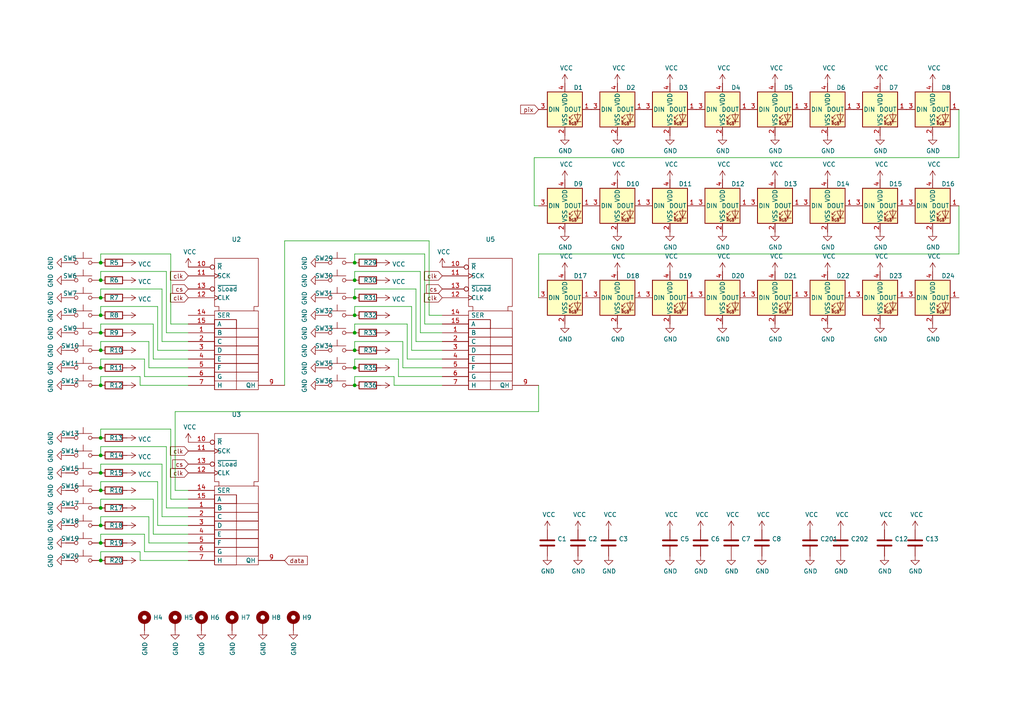
<source format=kicad_sch>
(kicad_sch (version 20211123) (generator eeschema)
  (paper "A4")
  (lib_symbols
    (symbol "74xx_IEEE:74LS597" (pin_names (offset 0.762))
      (property "Reference" "U" (at 7.62 21.59 0))
      (property "Value" "74LS597" (at 7.62 -20.32 0))
      (symbol "74LS597_0_0"
        (rectangle (start -6.35 -15.24) (end -6.35 -15.24))
        (rectangle (start -6.35 -12.7) (end 6.35 -15.24))
        (rectangle (start -6.35 -10.16) (end 6.35 -12.7))
        (rectangle (start -6.35 -7.62) (end 6.35 -10.16))
        (rectangle (start -6.35 -5.08) (end 6.35 -7.62))
        (rectangle (start -6.35 -2.54) (end 6.35 -5.08))
        (rectangle (start -6.35 0) (end 6.35 -2.54))
        (rectangle (start -6.35 2.54) (end 0 -17.78))
        (rectangle (start -6.35 2.54) (end 0 0))
        (rectangle (start -6.35 5.08) (end 6.35 -17.78))
        (polyline (pts (xy -5.08 5.08) (xy -5.08 6.35) (xy -6.35 6.35) (xy -6.35 20.32) (xy 6.35 20.32) (xy 6.35 6.35) (xy 5.08 6.35) (xy 5.08 5.08) (xy 5.08 5.08)))
      )
      (symbol "74LS597_0_1"
        (pin power_in line (at 0 20.32 270) (length 0) hide (name "GND") (number "8"))
      )
      (symbol "74LS597_1_1"
        (pin input line (at -13.97 -1.27 0) (length 7.62) (name "B") (number "1"))
        (pin input inverted (at -13.97 17.78 0) (length 7.62) (name "~{R}") (number "10"))
        (pin input clock (at -13.97 15.24 0) (length 7.62) (name "SCK") (number "11"))
        (pin input clock (at -13.97 8.89 0) (length 7.62) (name "CLK") (number "12"))
        (pin input inverted (at -13.97 11.43 0) (length 7.62) (name "~{SLoad}") (number "13"))
        (pin input line (at -13.97 3.81 0) (length 7.62) (name "SER") (number "14"))
        (pin input line (at -13.97 1.27 0) (length 7.62) (name "A") (number "15"))
        (pin power_in line (at 3.81 20.32 270) (length 0) hide (name "VCC") (number "16"))
        (pin input line (at -13.97 -3.81 0) (length 7.62) (name "C") (number "2"))
        (pin input line (at -13.97 -6.35 0) (length 7.62) (name "D") (number "3"))
        (pin input line (at -13.97 -8.89 0) (length 7.62) (name "E") (number "4"))
        (pin input line (at -13.97 -11.43 0) (length 7.62) (name "F") (number "5"))
        (pin input line (at -13.97 -13.97 0) (length 7.62) (name "G") (number "6"))
        (pin input line (at -13.97 -16.51 0) (length 7.62) (name "H") (number "7"))
        (pin tri_state line (at 13.97 -16.51 180) (length 7.62) (name "QH") (number "9"))
      )
    )
    (symbol "Device:C" (pin_numbers hide) (pin_names (offset 0.254))
      (property "Reference" "C" (at 0.635 2.54 0))
      (property "Value" "C" (at 0.635 -2.54 0))
      (symbol "C_0_1"
        (polyline (pts (xy -2.032 -0.762) (xy 2.032 -0.762)) (stroke (width 0.508)))
        (polyline (pts (xy -2.032 0.762) (xy 2.032 0.762)) (stroke (width 0.508)))
      )
      (symbol "C_1_1"
        (pin passive line (at 0 3.81 270) (length 2.794) (name "~") (number "1"))
        (pin passive line (at 0 -3.81 90) (length 2.794) (name "~") (number "2"))
      )
    )
    (symbol "Device:R" (pin_numbers hide) (pin_names (offset 0))
      (property "Reference" "R" (at 2.032 0 90))
      (property "Value" "R" (at 0 0 90))
      (symbol "R_0_1"
        (rectangle (start -1.016 -2.54) (end 1.016 2.54) (stroke (width 0.254)))
      )
      (symbol "R_1_1"
        (pin passive line (at 0 3.81 270) (length 1.27) (name "~") (number "1"))
        (pin passive line (at 0 -3.81 90) (length 1.27) (name "~") (number "2"))
      )
    )
    (symbol "Mechanical:MountingHole_Pad" (pin_numbers hide) (pin_names (offset 1.016) hide)
      (property "Reference" "H" (at 0 6.35 0))
      (property "Value" "MountingHole_Pad" (at 0 4.445 0))
      (symbol "MountingHole_Pad_0_1"
        (circle (center 0 1.27) (radius 1.27) (stroke (width 1.27)))
      )
      (symbol "MountingHole_Pad_1_1"
        (pin input line (at 0 -2.54 90) (length 2.54) (name "1") (number "1"))
      )
    )
    (symbol "Switch:SW_Push" (pin_numbers hide) (pin_names (offset 1.016) hide)
      (property "Reference" "SW" (at 1.27 2.54 0))
      (property "Value" "SW_Push" (at 0 -1.524 0))
      (symbol "SW_Push_0_1"
        (circle (center -2.032 0) (radius 0.508))
        (polyline (pts (xy 0 1.27) (xy 0 3.048)))
        (polyline (pts (xy 2.54 1.27) (xy -2.54 1.27)))
        (circle (center 2.032 0) (radius 0.508))
        (pin passive line (at -5.08 0 0) (length 2.54) (name "1") (number "1"))
        (pin passive line (at 5.08 0 180) (length 2.54) (name "2") (number "2"))
      )
    )
    (symbol "power:GND" (power) (pin_names (offset 0))
      (property "Value" "GND" (at 0 -3.81 0))
      (symbol "GND_0_1"
        (polyline (pts (xy 0 0) (xy 0 -1.27) (xy 1.27 -1.27) (xy 0 -2.54) (xy -1.27 -1.27) (xy 0 -1.27)))
      )
      (symbol "GND_1_1"
        (pin power_in line (at 0 0 270) (length 0) hide (name "GND") (number "1"))
      )
    )
    (symbol "power:VCC" (power) (pin_names (offset 0))
      (property "Value" "VCC" (at 0 3.81 0))
      (symbol "VCC_0_1"
        (polyline (pts (xy -0.762 1.27) (xy 0 2.54)))
        (polyline (pts (xy 0 0) (xy 0 2.54)))
        (polyline (pts (xy 0 2.54) (xy 0.762 1.27)))
      )
      (symbol "VCC_1_1"
        (pin power_in line (at 0 0 90) (length 0) hide (name "VCC") (number "1"))
      )
    )
    (symbol "synkie_symbols:SK6812MINI" (pin_names (offset 0.254))
      (property "Reference" "D" (at 5.08 5.715 0))
      (property "Value" "SK6812MINI" (at 1.27 -5.715 0))
      (symbol "SK6812MINI_0_0"
        (text "RGB" (at 2.286 -4.191 0) (effects (font (size 0.762 0.762))))
      )
      (symbol "SK6812MINI_0_1"
        (polyline (pts (xy 1.27 -3.556) (xy 1.778 -3.556)))
        (polyline (pts (xy 1.27 -2.54) (xy 1.778 -2.54)))
        (polyline (pts (xy 4.699 -3.556) (xy 2.667 -3.556)))
        (polyline (pts (xy 2.286 -2.54) (xy 1.27 -3.556) (xy 1.27 -3.048)))
        (polyline (pts (xy 2.286 -1.524) (xy 1.27 -2.54) (xy 1.27 -2.032)))
        (polyline (pts (xy 3.683 -1.016) (xy 3.683 -3.556) (xy 3.683 -4.064)))
        (polyline (pts (xy 4.699 -1.524) (xy 2.667 -1.524) (xy 3.683 -3.556) (xy 4.699 -1.524)))
        (rectangle (start 5.08 5.08) (end -5.08 -5.08) (stroke (width 0.254)) (fill (type background)))
      )
      (symbol "SK6812MINI_1_1"
        (pin output line (at 7.62 0 180) (length 2.54) (name "DOUT") (number "1"))
        (pin power_in line (at 0 -7.62 90) (length 2.54) (name "VSS") (number "2"))
        (pin input line (at -7.62 0 0) (length 2.54) (name "DIN") (number "3"))
        (pin power_in line (at 0 7.62 270) (length 2.54) (name "VDD") (number "4"))
      )
    )
  )
  (junction (at 29.21 96.52))
  (junction (at 29.21 106.68))
  (junction (at 29.21 127))
  (junction (at 29.21 142.24))
  (junction (at 102.87 96.52))
  (junction (at 102.87 111.76))
  (junction (at 102.87 81.28))
  (junction (at 29.21 81.28))
  (junction (at 29.21 137.16))
  (junction (at 29.21 162.56))
  (junction (at 29.21 132.08))
  (junction (at 29.21 147.32))
  (junction (at 102.87 86.36))
  (junction (at 29.21 91.44))
  (junction (at 102.87 101.6))
  (junction (at 102.87 106.68))
  (junction (at 102.87 91.44))
  (junction (at 29.21 152.4))
  (junction (at 29.21 157.48))
  (junction (at 29.21 101.6))
  (junction (at 29.21 111.76))
  (junction (at 102.87 76.2))
  (junction (at 29.21 86.36))
  (junction (at 29.21 76.2))
  (wire (pts (xy 46.99 99.06) (xy 46.99 83.82)))
  (wire (pts (xy 54.61 157.48) (xy 43.18 157.48)))
  (wire (pts (xy 116.84 99.06) (xy 102.87 99.06)))
  (wire (pts (xy 124.46 69.85) (xy 124.46 91.44)))
  (wire (pts (xy 43.18 157.48) (xy 43.18 149.86)))
  (wire (pts (xy 123.19 73.66) (xy 102.87 73.66)))
  (wire (pts (xy 44.45 144.78) (xy 29.21 144.78)))
  (wire (pts (xy 49.53 124.46) (xy 29.21 124.46)))
  (wire (pts (xy 29.21 124.46) (xy 29.21 127)))
  (wire (pts (xy 29.21 104.14) (xy 29.21 106.68)))
  (wire (pts (xy 119.38 101.6) (xy 119.38 88.9)))
  (wire (pts (xy 54.61 149.86) (xy 46.99 149.86)))
  (wire (pts (xy 156.21 111.76) (xy 156.21 119.38)))
  (wire (pts (xy 44.45 104.14) (xy 44.45 93.98)))
  (wire (pts (xy 154.94 59.69) (xy 156.21 59.69)))
  (wire (pts (xy 29.21 83.82) (xy 29.21 86.36)))
  (wire (pts (xy 46.99 149.86) (xy 46.99 134.62)))
  (wire (pts (xy 102.87 104.14) (xy 102.87 106.68)))
  (wire (pts (xy 54.61 152.4) (xy 45.72 152.4)))
  (wire (pts (xy 116.84 106.68) (xy 116.84 99.06)))
  (wire (pts (xy 278.13 31.75) (xy 278.13 45.72)))
  (wire (pts (xy 49.53 144.78) (xy 49.53 124.46)))
  (wire (pts (xy 54.61 147.32) (xy 48.26 147.32)))
  (wire (pts (xy 102.87 78.74) (xy 102.87 81.28)))
  (wire (pts (xy 114.3 109.22) (xy 102.87 109.22)))
  (wire (pts (xy 128.27 93.98) (xy 123.19 93.98)))
  (wire (pts (xy 114.3 111.76) (xy 114.3 109.22)))
  (wire (pts (xy 118.11 104.14) (xy 118.11 93.98)))
  (wire (pts (xy 54.61 93.98) (xy 49.53 93.98)))
  (wire (pts (xy 29.21 154.94) (xy 29.21 157.48)))
  (wire (pts (xy 128.27 109.22) (xy 115.57 109.22)))
  (wire (pts (xy 115.57 104.14) (xy 102.87 104.14)))
  (wire (pts (xy 119.38 88.9) (xy 102.87 88.9)))
  (wire (pts (xy 41.91 104.14) (xy 29.21 104.14)))
  (wire (pts (xy 45.72 88.9) (xy 29.21 88.9)))
  (wire (pts (xy 29.21 134.62) (xy 29.21 137.16)))
  (wire (pts (xy 43.18 149.86) (xy 29.21 149.86)))
  (wire (pts (xy 54.61 104.14) (xy 44.45 104.14)))
  (wire (pts (xy 29.21 99.06) (xy 29.21 101.6)))
  (wire (pts (xy 128.27 104.14) (xy 118.11 104.14)))
  (wire (pts (xy 54.61 101.6) (xy 45.72 101.6)))
  (wire (pts (xy 29.21 144.78) (xy 29.21 147.32)))
  (wire (pts (xy 118.11 93.98) (xy 102.87 93.98)))
  (wire (pts (xy 45.72 101.6) (xy 45.72 88.9)))
  (wire (pts (xy 29.21 109.22) (xy 29.21 111.76)))
  (wire (pts (xy 40.64 162.56) (xy 40.64 160.02)))
  (wire (pts (xy 29.21 160.02) (xy 29.21 162.56)))
  (wire (pts (xy 54.61 160.02) (xy 41.91 160.02)))
  (wire (pts (xy 156.21 119.38) (xy 50.8 119.38)))
  (wire (pts (xy 29.21 78.74) (xy 29.21 81.28)))
  (wire (pts (xy 49.53 73.66) (xy 29.21 73.66)))
  (wire (pts (xy 156.21 73.66) (xy 156.21 86.36)))
  (wire (pts (xy 41.91 160.02) (xy 41.91 154.94)))
  (wire (pts (xy 54.61 99.06) (xy 46.99 99.06)))
  (wire (pts (xy 154.94 45.72) (xy 154.94 59.69)))
  (wire (pts (xy 102.87 109.22) (xy 102.87 111.76)))
  (wire (pts (xy 43.18 106.68) (xy 43.18 99.06)))
  (wire (pts (xy 44.45 154.94) (xy 44.45 144.78)))
  (wire (pts (xy 54.61 111.76) (xy 40.64 111.76)))
  (wire (pts (xy 102.87 88.9) (xy 102.87 91.44)))
  (wire (pts (xy 82.55 111.76) (xy 82.55 69.85)))
  (wire (pts (xy 49.53 93.98) (xy 49.53 73.66)))
  (wire (pts (xy 44.45 93.98) (xy 29.21 93.98)))
  (wire (pts (xy 41.91 109.22) (xy 41.91 104.14)))
  (wire (pts (xy 45.72 139.7) (xy 29.21 139.7)))
  (wire (pts (xy 29.21 93.98) (xy 29.21 96.52)))
  (wire (pts (xy 123.19 93.98) (xy 123.19 73.66)))
  (wire (pts (xy 29.21 73.66) (xy 29.21 76.2)))
  (wire (pts (xy 43.18 99.06) (xy 29.21 99.06)))
  (wire (pts (xy 48.26 147.32) (xy 48.26 129.54)))
  (wire (pts (xy 278.13 45.72) (xy 154.94 45.72)))
  (wire (pts (xy 278.13 59.69) (xy 278.13 73.66)))
  (wire (pts (xy 102.87 73.66) (xy 102.87 76.2)))
  (wire (pts (xy 48.26 96.52) (xy 48.26 78.74)))
  (wire (pts (xy 48.26 78.74) (xy 29.21 78.74)))
  (wire (pts (xy 278.13 73.66) (xy 156.21 73.66)))
  (wire (pts (xy 29.21 139.7) (xy 29.21 142.24)))
  (wire (pts (xy 102.87 99.06) (xy 102.87 101.6)))
  (wire (pts (xy 128.27 106.68) (xy 116.84 106.68)))
  (wire (pts (xy 120.65 99.06) (xy 120.65 83.82)))
  (wire (pts (xy 46.99 83.82) (xy 29.21 83.82)))
  (wire (pts (xy 54.61 162.56) (xy 40.64 162.56)))
  (wire (pts (xy 121.92 96.52) (xy 121.92 78.74)))
  (wire (pts (xy 120.65 83.82) (xy 102.87 83.82)))
  (wire (pts (xy 54.61 154.94) (xy 44.45 154.94)))
  (wire (pts (xy 54.61 106.68) (xy 43.18 106.68)))
  (wire (pts (xy 41.91 154.94) (xy 29.21 154.94)))
  (wire (pts (xy 40.64 111.76) (xy 40.64 109.22)))
  (wire (pts (xy 40.64 109.22) (xy 29.21 109.22)))
  (wire (pts (xy 115.57 109.22) (xy 115.57 104.14)))
  (wire (pts (xy 29.21 88.9) (xy 29.21 91.44)))
  (wire (pts (xy 128.27 101.6) (xy 119.38 101.6)))
  (wire (pts (xy 82.55 69.85) (xy 124.46 69.85)))
  (wire (pts (xy 29.21 149.86) (xy 29.21 152.4)))
  (wire (pts (xy 54.61 144.78) (xy 49.53 144.78)))
  (wire (pts (xy 121.92 78.74) (xy 102.87 78.74)))
  (wire (pts (xy 50.8 142.24) (xy 54.61 142.24)))
  (wire (pts (xy 102.87 93.98) (xy 102.87 96.52)))
  (wire (pts (xy 50.8 119.38) (xy 50.8 142.24)))
  (wire (pts (xy 124.46 91.44) (xy 128.27 91.44)))
  (wire (pts (xy 46.99 134.62) (xy 29.21 134.62)))
  (wire (pts (xy 54.61 96.52) (xy 48.26 96.52)))
  (wire (pts (xy 29.21 129.54) (xy 29.21 132.08)))
  (wire (pts (xy 40.64 160.02) (xy 29.21 160.02)))
  (wire (pts (xy 128.27 111.76) (xy 114.3 111.76)))
  (wire (pts (xy 48.26 129.54) (xy 29.21 129.54)))
  (wire (pts (xy 128.27 96.52) (xy 121.92 96.52)))
  (wire (pts (xy 54.61 109.22) (xy 41.91 109.22)))
  (wire (pts (xy 128.27 99.06) (xy 120.65 99.06)))
  (wire (pts (xy 102.87 83.82) (xy 102.87 86.36)))
  (wire (pts (xy 45.72 152.4) (xy 45.72 139.7)))
  (global_label "clk" (shape input) (at 54.61 130.81 180) (property "Intersheet References" "${INTERSHEET_REFS}" (effects hide)))
  (global_label "clk" (shape input) (at 54.61 86.36 180) (property "Intersheet References" "${INTERSHEET_REFS}" (effects hide)))
  (global_label "pix" (shape input) (at 156.21 31.75 180) (property "Intersheet References" "${INTERSHEET_REFS}" (effects hide)))
  (global_label "cs" (shape input) (at 54.61 134.62 180) (property "Intersheet References" "${INTERSHEET_REFS}" (effects hide)))
  (global_label "clk" (shape input) (at 128.27 86.36 180) (property "Intersheet References" "${INTERSHEET_REFS}" (effects hide)))
  (global_label "clk" (shape input) (at 54.61 80.01 180) (property "Intersheet References" "${INTERSHEET_REFS}" (effects hide)))
  (global_label "cs" (shape input) (at 54.61 83.82 180) (property "Intersheet References" "${INTERSHEET_REFS}" (effects hide)))
  (global_label "clk" (shape input) (at 54.61 137.16 180) (property "Intersheet References" "${INTERSHEET_REFS}" (effects hide)))
  (global_label "clk" (shape input) (at 128.27 80.01 180) (property "Intersheet References" "${INTERSHEET_REFS}" (effects hide)))
  (global_label "cs" (shape input) (at 128.27 83.82 180) (property "Intersheet References" "${INTERSHEET_REFS}" (effects hide)))
  (global_label "data" (shape input) (at 82.55 162.56 0) (property "Intersheet References" "${INTERSHEET_REFS}" (effects hide)))
  (symbol (lib_id "synkie_symbols:SK6812MINI") (at 179.07 31.75 0) (unit 1)
    (property "Reference" "D2" (at 181.61 25.4 0) (effects (justify left)))
    (property "Datasheet" "https://cdn-shop.adafruit.com/product-files/2686/SK6812MINI_REV.01-1-2.pdf" (effects hide))
  )
  (symbol (lib_id "synkie_symbols:SK6812MINI") (at 194.31 31.75 0) (unit 1)
    (property "Reference" "D3" (at 196.85 25.4 0) (effects (justify left)))
    (property "Datasheet" "https://cdn-shop.adafruit.com/product-files/2686/SK6812MINI_REV.01-1-2.pdf" (effects hide))
  )
  (symbol (lib_id "synkie_symbols:SK6812MINI") (at 209.55 31.75 0) (unit 1)
    (property "Reference" "D4" (at 212.09 25.4 0) (effects (justify left)))
    (property "Datasheet" "https://cdn-shop.adafruit.com/product-files/2686/SK6812MINI_REV.01-1-2.pdf" (effects hide))
  )
  (symbol (lib_id "synkie_symbols:SK6812MINI") (at 224.79 31.75 0) (unit 1)
    (property "Reference" "D5" (at 227.33 25.4 0) (effects (justify left)))
    (property "Datasheet" "https://cdn-shop.adafruit.com/product-files/2686/SK6812MINI_REV.01-1-2.pdf" (effects hide))
  )
  (symbol (lib_id "synkie_symbols:SK6812MINI") (at 240.03 31.75 0) (unit 1)
    (property "Reference" "D6" (at 242.57 25.4 0) (effects (justify left)))
    (property "Datasheet" "https://cdn-shop.adafruit.com/product-files/2686/SK6812MINI_REV.01-1-2.pdf" (effects hide))
  )
  (symbol (lib_id "synkie_symbols:SK6812MINI") (at 255.27 31.75 0) (unit 1)
    (property "Reference" "D7" (at 257.81 25.4 0) (effects (justify left)))
    (property "Datasheet" "https://cdn-shop.adafruit.com/product-files/2686/SK6812MINI_REV.01-1-2.pdf" (effects hide))
  )
  (symbol (lib_id "synkie_symbols:SK6812MINI") (at 270.51 31.75 0) (unit 1)
    (property "Reference" "D8" (at 273.05 25.4 0) (effects (justify left)))
    (property "Datasheet" "https://cdn-shop.adafruit.com/product-files/2686/SK6812MINI_REV.01-1-2.pdf" (effects hide))
  )
  (symbol (lib_id "synkie_symbols:SK6812MINI") (at 163.83 59.69 0) (unit 1)
    (property "Reference" "D9" (at 166.37 53.34 0) (effects (justify left)))
    (property "Datasheet" "https://cdn-shop.adafruit.com/product-files/2686/SK6812MINI_REV.01-1-2.pdf" (effects hide))
  )
  (symbol (lib_id "synkie_symbols:SK6812MINI") (at 179.07 59.69 0) (unit 1)
    (property "Reference" "D10" (at 181.61 53.34 0) (effects (justify left)))
    (property "Datasheet" "https://cdn-shop.adafruit.com/product-files/2686/SK6812MINI_REV.01-1-2.pdf" (effects hide))
  )
  (symbol (lib_id "synkie_symbols:SK6812MINI") (at 194.31 59.69 0) (unit 1)
    (property "Reference" "D11" (at 196.85 53.34 0) (effects (justify left)))
    (property "Datasheet" "https://cdn-shop.adafruit.com/product-files/2686/SK6812MINI_REV.01-1-2.pdf" (effects hide))
  )
  (symbol (lib_id "synkie_symbols:SK6812MINI") (at 209.55 59.69 0) (unit 1)
    (property "Reference" "D12" (at 212.09 53.34 0) (effects (justify left)))
    (property "Datasheet" "https://cdn-shop.adafruit.com/product-files/2686/SK6812MINI_REV.01-1-2.pdf" (effects hide))
  )
  (symbol (lib_id "synkie_symbols:SK6812MINI") (at 224.79 59.69 0) (unit 1)
    (property "Reference" "D13" (at 227.33 53.34 0) (effects (justify left)))
    (property "Datasheet" "https://cdn-shop.adafruit.com/product-files/2686/SK6812MINI_REV.01-1-2.pdf" (effects hide))
  )
  (symbol (lib_id "synkie_symbols:SK6812MINI") (at 240.03 59.69 0) (unit 1)
    (property "Reference" "D14" (at 242.57 53.34 0) (effects (justify left)))
    (property "Datasheet" "https://cdn-shop.adafruit.com/product-files/2686/SK6812MINI_REV.01-1-2.pdf" (effects hide))
  )
  (symbol (lib_id "synkie_symbols:SK6812MINI") (at 255.27 59.69 0) (unit 1)
    (property "Reference" "D15" (at 257.81 53.34 0) (effects (justify left)))
    (property "Datasheet" "https://cdn-shop.adafruit.com/product-files/2686/SK6812MINI_REV.01-1-2.pdf" (effects hide))
  )
  (symbol (lib_id "synkie_symbols:SK6812MINI") (at 270.51 59.69 0) (unit 1)
    (property "Reference" "D16" (at 273.05 53.34 0) (effects (justify left)))
    (property "Datasheet" "https://cdn-shop.adafruit.com/product-files/2686/SK6812MINI_REV.01-1-2.pdf" (effects hide))
  )
  (symbol (lib_id "synkie_symbols:SK6812MINI") (at 163.83 86.36 0) (unit 1)
    (property "Reference" "D17" (at 166.37 80.01 0) (effects (justify left)))
    (property "Datasheet" "https://cdn-shop.adafruit.com/product-files/2686/SK6812MINI_REV.01-1-2.pdf" (effects hide))
  )
  (symbol (lib_id "synkie_symbols:SK6812MINI") (at 179.07 86.36 0) (unit 1)
    (property "Reference" "D18" (at 181.61 80.01 0) (effects (justify left)))
    (property "Datasheet" "https://cdn-shop.adafruit.com/product-files/2686/SK6812MINI_REV.01-1-2.pdf" (effects hide))
  )
  (symbol (lib_id "synkie_symbols:SK6812MINI") (at 194.31 86.36 0) (unit 1)
    (property "Reference" "D19" (at 196.85 80.01 0) (effects (justify left)))
    (property "Datasheet" "https://cdn-shop.adafruit.com/product-files/2686/SK6812MINI_REV.01-1-2.pdf" (effects hide))
  )
  (symbol (lib_id "synkie_symbols:SK6812MINI") (at 209.55 86.36 0) (unit 1)
    (property "Reference" "D20" (at 212.09 80.01 0) (effects (justify left)))
    (property "Datasheet" "https://cdn-shop.adafruit.com/product-files/2686/SK6812MINI_REV.01-1-2.pdf" (effects hide))
  )
  (symbol (lib_id "synkie_symbols:SK6812MINI") (at 224.79 86.36 0) (unit 1)
    (property "Reference" "D21" (at 227.33 80.01 0) (effects (justify left)))
    (property "Datasheet" "https://cdn-shop.adafruit.com/product-files/2686/SK6812MINI_REV.01-1-2.pdf" (effects hide))
  )
  (symbol (lib_id "synkie_symbols:SK6812MINI") (at 240.03 86.36 0) (unit 1)
    (property "Reference" "D22" (at 242.57 80.01 0) (effects (justify left)))
    (property "Datasheet" "https://cdn-shop.adafruit.com/product-files/2686/SK6812MINI_REV.01-1-2.pdf" (effects hide))
  )
  (symbol (lib_id "synkie_symbols:SK6812MINI") (at 255.27 86.36 0) (unit 1)
    (property "Reference" "D23" (at 257.81 80.01 0) (effects (justify left)))
    (property "Datasheet" "https://cdn-shop.adafruit.com/product-files/2686/SK6812MINI_REV.01-1-2.pdf" (effects hide))
  )
  (symbol (lib_id "synkie_symbols:SK6812MINI") (at 270.51 86.36 0) (unit 1)
    (property "Reference" "D24" (at 273.05 80.01 0) (effects (justify left)))
    (property "Datasheet" "https://cdn-shop.adafruit.com/product-files/2686/SK6812MINI_REV.01-1-2.pdf" (effects hide))
  )
  (symbol (lib_id "74xx_IEEE:74LS597") (at 68.58 95.25 0) (unit 1)
    (property "Reference" "U2" (at 68.58 69.4436 0))
  )
  (symbol (lib_id "power:VCC") (at 54.61 77.47 0) (unit 1)
    (property "Reference" "#PWR?" (effects hide))
  )
  (symbol (lib_id "Switch:SW_Push") (at 24.13 76.2 0) (unit 1)
    (property "Reference" "SW5" (at 20.32 74.93 0))
  )
  (symbol (lib_id "Device:R") (at 33.02 76.2 270) (unit 1)
    (property "Reference" "R5" (at 31.75 76.2 90) (effects (justify left)))
  )
  (symbol (lib_id "power:GND") (at 19.05 76.2 270) (unit 1)
    (property "Reference" "#PWR0128" (effects hide))
  )
  (symbol (lib_id "power:VCC") (at 36.83 76.2 270) (unit 1)
    (property "Reference" "#PWR0129" (effects hide))
  )
  (symbol (lib_id "Switch:SW_Push") (at 24.13 81.28 0) (unit 1)
    (property "Reference" "SW6" (at 20.32 80.01 0))
  )
  (symbol (lib_id "Device:R") (at 33.02 81.28 270) (unit 1)
    (property "Reference" "R6" (at 31.75 81.28 90) (effects (justify left)))
  )
  (symbol (lib_id "power:GND") (at 19.05 81.28 270) (unit 1)
    (property "Reference" "#PWR0130" (effects hide))
  )
  (symbol (lib_id "power:VCC") (at 36.83 81.28 270) (unit 1)
    (property "Reference" "#PWR0131" (effects hide))
  )
  (symbol (lib_id "Switch:SW_Push") (at 24.13 86.36 0) (unit 1)
    (property "Reference" "SW7" (at 20.32 85.09 0))
  )
  (symbol (lib_id "Device:R") (at 33.02 86.36 270) (unit 1)
    (property "Reference" "R7" (at 31.75 86.36 90) (effects (justify left)))
  )
  (symbol (lib_id "power:GND") (at 19.05 86.36 270) (unit 1)
    (property "Reference" "#PWR0132" (effects hide))
  )
  (symbol (lib_id "power:VCC") (at 36.83 86.36 270) (unit 1)
    (property "Reference" "#PWR0133" (effects hide))
  )
  (symbol (lib_id "Switch:SW_Push") (at 24.13 91.44 0) (unit 1)
    (property "Reference" "SW8" (at 20.32 90.17 0))
  )
  (symbol (lib_id "Device:R") (at 33.02 91.44 270) (unit 1)
    (property "Reference" "R8" (at 31.75 91.44 90) (effects (justify left)))
  )
  (symbol (lib_id "power:GND") (at 19.05 91.44 270) (unit 1)
    (property "Reference" "#PWR0134" (effects hide))
  )
  (symbol (lib_id "power:VCC") (at 36.83 91.44 270) (unit 1)
    (property "Reference" "#PWR0135" (effects hide))
  )
  (symbol (lib_id "Switch:SW_Push") (at 24.13 96.52 0) (unit 1)
    (property "Reference" "SW9" (at 20.32 95.25 0))
  )
  (symbol (lib_id "Device:R") (at 33.02 96.52 270) (unit 1)
    (property "Reference" "R9" (at 31.75 96.52 90) (effects (justify left)))
  )
  (symbol (lib_id "power:GND") (at 19.05 96.52 270) (unit 1)
    (property "Reference" "#PWR0136" (effects hide))
  )
  (symbol (lib_id "power:VCC") (at 36.83 96.52 270) (unit 1)
    (property "Reference" "#PWR0137" (effects hide))
  )
  (symbol (lib_id "Switch:SW_Push") (at 24.13 101.6 0) (unit 1)
    (property "Reference" "SW10" (at 20.32 100.33 0))
  )
  (symbol (lib_id "Device:R") (at 33.02 101.6 270) (unit 1)
    (property "Reference" "R10" (at 31.75 101.6 90) (effects (justify left)))
  )
  (symbol (lib_id "power:GND") (at 19.05 101.6 270) (unit 1)
    (property "Reference" "#PWR0138" (effects hide))
  )
  (symbol (lib_id "power:VCC") (at 36.83 101.6 270) (unit 1)
    (property "Reference" "#PWR0139" (effects hide))
  )
  (symbol (lib_id "Switch:SW_Push") (at 24.13 106.68 0) (unit 1)
    (property "Reference" "SW11" (at 20.32 105.41 0))
  )
  (symbol (lib_id "Device:R") (at 33.02 106.68 270) (unit 1)
    (property "Reference" "R11" (at 31.75 106.68 90) (effects (justify left)))
  )
  (symbol (lib_id "power:GND") (at 19.05 106.68 270) (unit 1)
    (property "Reference" "#PWR0140" (effects hide))
  )
  (symbol (lib_id "power:VCC") (at 36.83 106.68 270) (unit 1)
    (property "Reference" "#PWR0141" (effects hide))
  )
  (symbol (lib_id "Switch:SW_Push") (at 24.13 111.76 0) (unit 1)
    (property "Reference" "SW12" (at 20.32 110.49 0))
  )
  (symbol (lib_id "Device:R") (at 33.02 111.76 270) (unit 1)
    (property "Reference" "R12" (at 31.75 111.76 90) (effects (justify left)))
  )
  (symbol (lib_id "power:GND") (at 19.05 111.76 270) (unit 1)
    (property "Reference" "#PWR0142" (effects hide))
  )
  (symbol (lib_id "power:VCC") (at 36.83 111.76 270) (unit 1)
    (property "Reference" "#PWR0143" (effects hide))
  )
  (symbol (lib_id "74xx_IEEE:74LS597") (at 142.24 95.25 0) (unit 1)
    (property "Reference" "U5" (at 142.24 69.4436 0))
  )
  (symbol (lib_id "power:VCC") (at 128.27 77.47 0) (unit 1)
    (property "Reference" "#PWR?" (effects hide))
  )
  (symbol (lib_id "Switch:SW_Push") (at 97.79 76.2 0) (unit 1)
    (property "Reference" "SW29" (at 93.98 74.93 0))
  )
  (symbol (lib_id "Device:R") (at 106.68 76.2 270) (unit 1)
    (property "Reference" "R29" (at 105.41 76.2 90) (effects (justify left)))
  )
  (symbol (lib_id "power:GND") (at 92.71 76.2 270) (unit 1)
    (property "Reference" "#PWR0145" (effects hide))
  )
  (symbol (lib_id "power:VCC") (at 110.49 76.2 270) (unit 1)
    (property "Reference" "#PWR0146" (effects hide))
  )
  (symbol (lib_id "Switch:SW_Push") (at 97.79 81.28 0) (unit 1)
    (property "Reference" "SW30" (at 93.98 80.01 0))
  )
  (symbol (lib_id "Device:R") (at 106.68 81.28 270) (unit 1)
    (property "Reference" "R30" (at 105.41 81.28 90) (effects (justify left)))
  )
  (symbol (lib_id "power:GND") (at 92.71 81.28 270) (unit 1)
    (property "Reference" "#PWR0147" (effects hide))
  )
  (symbol (lib_id "power:VCC") (at 110.49 81.28 270) (unit 1)
    (property "Reference" "#PWR0148" (effects hide))
  )
  (symbol (lib_id "Switch:SW_Push") (at 97.79 86.36 0) (unit 1)
    (property "Reference" "SW31" (at 93.98 85.09 0))
  )
  (symbol (lib_id "Device:R") (at 106.68 86.36 270) (unit 1)
    (property "Reference" "R31" (at 105.41 86.36 90) (effects (justify left)))
  )
  (symbol (lib_id "power:GND") (at 92.71 86.36 270) (unit 1)
    (property "Reference" "#PWR0149" (effects hide))
  )
  (symbol (lib_id "power:VCC") (at 110.49 86.36 270) (unit 1)
    (property "Reference" "#PWR0150" (effects hide))
  )
  (symbol (lib_id "Switch:SW_Push") (at 97.79 91.44 0) (unit 1)
    (property "Reference" "SW32" (at 93.98 90.17 0))
  )
  (symbol (lib_id "Device:R") (at 106.68 91.44 270) (unit 1)
    (property "Reference" "R32" (at 105.41 91.44 90) (effects (justify left)))
  )
  (symbol (lib_id "power:GND") (at 92.71 91.44 270) (unit 1)
    (property "Reference" "#PWR0151" (effects hide))
  )
  (symbol (lib_id "power:VCC") (at 110.49 91.44 270) (unit 1)
    (property "Reference" "#PWR0152" (effects hide))
  )
  (symbol (lib_id "Switch:SW_Push") (at 97.79 96.52 0) (unit 1)
    (property "Reference" "SW33" (at 93.98 95.25 0))
  )
  (symbol (lib_id "Device:R") (at 106.68 96.52 270) (unit 1)
    (property "Reference" "R33" (at 105.41 96.52 90) (effects (justify left)))
  )
  (symbol (lib_id "power:GND") (at 92.71 96.52 270) (unit 1)
    (property "Reference" "#PWR0153" (effects hide))
  )
  (symbol (lib_id "power:VCC") (at 110.49 96.52 270) (unit 1)
    (property "Reference" "#PWR0154" (effects hide))
  )
  (symbol (lib_id "Switch:SW_Push") (at 97.79 101.6 0) (unit 1)
    (property "Reference" "SW34" (at 93.98 100.33 0))
  )
  (symbol (lib_id "Device:R") (at 106.68 101.6 270) (unit 1)
    (property "Reference" "R34" (at 105.41 101.6 90) (effects (justify left)))
  )
  (symbol (lib_id "power:GND") (at 92.71 101.6 270) (unit 1)
    (property "Reference" "#PWR0155" (effects hide))
  )
  (symbol (lib_id "power:VCC") (at 110.49 101.6 270) (unit 1)
    (property "Reference" "#PWR0156" (effects hide))
  )
  (symbol (lib_id "Switch:SW_Push") (at 97.79 106.68 0) (unit 1)
    (property "Reference" "SW35" (at 93.98 105.41 0))
  )
  (symbol (lib_id "Device:R") (at 106.68 106.68 270) (unit 1)
    (property "Reference" "R35" (at 105.41 106.68 90) (effects (justify left)))
  )
  (symbol (lib_id "power:GND") (at 92.71 106.68 270) (unit 1)
    (property "Reference" "#PWR0157" (effects hide))
  )
  (symbol (lib_id "power:VCC") (at 110.49 106.68 270) (unit 1)
    (property "Reference" "#PWR0158" (effects hide))
  )
  (symbol (lib_id "Switch:SW_Push") (at 97.79 111.76 0) (unit 1)
    (property "Reference" "SW36" (at 93.98 110.49 0))
  )
  (symbol (lib_id "Device:R") (at 106.68 111.76 270) (unit 1)
    (property "Reference" "R36" (at 105.41 111.76 90) (effects (justify left)))
  )
  (symbol (lib_id "power:GND") (at 92.71 111.76 270) (unit 1)
    (property "Reference" "#PWR0159" (effects hide))
  )
  (symbol (lib_id "power:VCC") (at 110.49 111.76 270) (unit 1)
    (property "Reference" "#PWR0160" (effects hide))
  )
  (symbol (lib_id "74xx_IEEE:74LS597") (at 68.58 146.05 0) (unit 1)
    (property "Reference" "U3" (at 68.58 120.2436 0))
  )
  (symbol (lib_id "power:VCC") (at 54.61 128.27 0) (unit 1)
    (property "Reference" "#PWR?" (effects hide))
  )
  (symbol (lib_id "Switch:SW_Push") (at 24.13 127 0) (unit 1)
    (property "Reference" "SW13" (at 20.32 125.73 0))
  )
  (symbol (lib_id "Device:R") (at 33.02 127 270) (unit 1)
    (property "Reference" "R13" (at 31.75 127 90) (effects (justify left)))
  )
  (symbol (lib_id "power:GND") (at 19.05 127 270) (unit 1)
    (property "Reference" "#PWR0162" (effects hide))
  )
  (symbol (lib_id "power:VCC") (at 36.83 127 270) (unit 1)
    (property "Reference" "#PWR0163" (effects hide))
  )
  (symbol (lib_id "Switch:SW_Push") (at 24.13 132.08 0) (unit 1)
    (property "Reference" "SW14" (at 20.32 130.81 0))
  )
  (symbol (lib_id "Device:R") (at 33.02 132.08 270) (unit 1)
    (property "Reference" "R14" (at 31.75 132.08 90) (effects (justify left)))
  )
  (symbol (lib_id "power:GND") (at 19.05 132.08 270) (unit 1)
    (property "Reference" "#PWR0164" (effects hide))
  )
  (symbol (lib_id "power:VCC") (at 36.83 132.08 270) (unit 1)
    (property "Reference" "#PWR0165" (effects hide))
  )
  (symbol (lib_id "Switch:SW_Push") (at 24.13 137.16 0) (unit 1)
    (property "Reference" "SW15" (at 20.32 135.89 0))
  )
  (symbol (lib_id "Device:R") (at 33.02 137.16 270) (unit 1)
    (property "Reference" "R15" (at 31.75 137.16 90) (effects (justify left)))
  )
  (symbol (lib_id "power:GND") (at 19.05 137.16 270) (unit 1)
    (property "Reference" "#PWR0166" (effects hide))
  )
  (symbol (lib_id "power:VCC") (at 36.83 137.16 270) (unit 1)
    (property "Reference" "#PWR0167" (effects hide))
  )
  (symbol (lib_id "Switch:SW_Push") (at 24.13 142.24 0) (unit 1)
    (property "Reference" "SW16" (at 20.32 140.97 0))
  )
  (symbol (lib_id "Device:R") (at 33.02 142.24 270) (unit 1)
    (property "Reference" "R16" (at 31.75 142.24 90) (effects (justify left)))
  )
  (symbol (lib_id "power:GND") (at 19.05 142.24 270) (unit 1)
    (property "Reference" "#PWR0168" (effects hide))
  )
  (symbol (lib_id "power:VCC") (at 36.83 142.24 270) (unit 1)
    (property "Reference" "#PWR0169" (effects hide))
  )
  (symbol (lib_id "Switch:SW_Push") (at 24.13 147.32 0) (unit 1)
    (property "Reference" "SW17" (at 20.32 146.05 0))
  )
  (symbol (lib_id "Device:R") (at 33.02 147.32 270) (unit 1)
    (property "Reference" "R17" (at 31.75 147.32 90) (effects (justify left)))
  )
  (symbol (lib_id "power:GND") (at 19.05 147.32 270) (unit 1)
    (property "Reference" "#PWR0170" (effects hide))
  )
  (symbol (lib_id "power:VCC") (at 36.83 147.32 270) (unit 1)
    (property "Reference" "#PWR0171" (effects hide))
  )
  (symbol (lib_id "Switch:SW_Push") (at 24.13 152.4 0) (unit 1)
    (property "Reference" "SW18" (at 20.32 151.13 0))
  )
  (symbol (lib_id "Device:R") (at 33.02 152.4 270) (unit 1)
    (property "Reference" "R18" (at 31.75 152.4 90) (effects (justify left)))
  )
  (symbol (lib_id "power:GND") (at 19.05 152.4 270) (unit 1)
    (property "Reference" "#PWR0172" (effects hide))
  )
  (symbol (lib_id "power:VCC") (at 36.83 152.4 270) (unit 1)
    (property "Reference" "#PWR0173" (effects hide))
  )
  (symbol (lib_id "Switch:SW_Push") (at 24.13 157.48 0) (unit 1)
    (property "Reference" "SW19" (at 20.32 156.21 0))
  )
  (symbol (lib_id "Device:R") (at 33.02 157.48 270) (unit 1)
    (property "Reference" "R19" (at 31.75 157.48 90) (effects (justify left)))
  )
  (symbol (lib_id "power:GND") (at 19.05 157.48 270) (unit 1)
    (property "Reference" "#PWR0174" (effects hide))
  )
  (symbol (lib_id "power:VCC") (at 36.83 157.48 270) (unit 1)
    (property "Reference" "#PWR0175" (effects hide))
  )
  (symbol (lib_id "Switch:SW_Push") (at 24.13 162.56 0) (unit 1)
    (property "Reference" "SW20" (at 20.32 161.29 0))
  )
  (symbol (lib_id "Device:R") (at 33.02 162.56 270) (unit 1)
    (property "Reference" "R20" (at 31.75 162.56 90) (effects (justify left)))
  )
  (symbol (lib_id "power:GND") (at 19.05 162.56 270) (unit 1)
    (property "Reference" "#PWR0176" (effects hide))
  )
  (symbol (lib_id "power:VCC") (at 36.83 162.56 270) (unit 1)
    (property "Reference" "#PWR0177" (effects hide))
  )
  (symbol (lib_id "synkie_symbols:SK6812MINI") (at 163.83 31.75 0) (unit 1)
    (property "Reference" "D1" (at 166.37 25.4 0) (effects (justify left)))
    (property "Datasheet" "https://cdn-shop.adafruit.com/product-files/2686/SK6812MINI_REV.01-1-2.pdf" (effects hide))
  )
  (symbol (lib_id "power:VCC") (at 163.83 24.13 0) (unit 1)
    (property "Reference" "#PWR?" (effects hide))
  )
  (symbol (lib_id "power:GND") (at 163.83 39.37 0) (unit 1)
    (property "Reference" "#PWR0186" (effects hide))
  )
  (symbol (lib_id "power:VCC") (at 179.07 24.13 0) (unit 1)
    (property "Reference" "#PWR?" (effects hide))
  )
  (symbol (lib_id "power:GND") (at 179.07 39.37 0) (unit 1)
    (property "Reference" "#PWR0188" (effects hide))
  )
  (symbol (lib_id "power:VCC") (at 194.31 24.13 0) (unit 1)
    (property "Reference" "#PWR?" (effects hide))
  )
  (symbol (lib_id "power:GND") (at 194.31 39.37 0) (unit 1)
    (property "Reference" "#PWR0190" (effects hide))
  )
  (symbol (lib_id "power:VCC") (at 209.55 24.13 0) (unit 1)
    (property "Reference" "#PWR?" (effects hide))
  )
  (symbol (lib_id "power:GND") (at 209.55 39.37 0) (unit 1)
    (property "Reference" "#PWR0192" (effects hide))
  )
  (symbol (lib_id "power:VCC") (at 224.79 24.13 0) (unit 1)
    (property "Reference" "#PWR?" (effects hide))
  )
  (symbol (lib_id "power:GND") (at 224.79 39.37 0) (unit 1)
    (property "Reference" "#PWR0194" (effects hide))
  )
  (symbol (lib_id "power:VCC") (at 240.03 24.13 0) (unit 1)
    (property "Reference" "#PWR?" (effects hide))
  )
  (symbol (lib_id "power:GND") (at 240.03 39.37 0) (unit 1)
    (property "Reference" "#PWR0196" (effects hide))
  )
  (symbol (lib_id "power:VCC") (at 255.27 24.13 0) (unit 1)
    (property "Reference" "#PWR?" (effects hide))
  )
  (symbol (lib_id "power:GND") (at 255.27 39.37 0) (unit 1)
    (property "Reference" "#PWR0198" (effects hide))
  )
  (symbol (lib_id "power:VCC") (at 270.51 24.13 0) (unit 1)
    (property "Reference" "#PWR?" (effects hide))
  )
  (symbol (lib_id "power:GND") (at 270.51 39.37 0) (unit 1)
    (property "Reference" "#PWR0200" (effects hide))
  )
  (symbol (lib_id "power:VCC") (at 163.83 52.07 0) (unit 1)
    (property "Reference" "#PWR?" (effects hide))
  )
  (symbol (lib_id "power:GND") (at 163.83 67.31 0) (unit 1)
    (property "Reference" "#PWR0202" (effects hide))
  )
  (symbol (lib_id "power:VCC") (at 179.07 52.07 0) (unit 1)
    (property "Reference" "#PWR?" (effects hide))
  )
  (symbol (lib_id "power:GND") (at 179.07 67.31 0) (unit 1)
    (property "Reference" "#PWR0204" (effects hide))
  )
  (symbol (lib_id "power:VCC") (at 194.31 52.07 0) (unit 1)
    (property "Reference" "#PWR?" (effects hide))
  )
  (symbol (lib_id "power:GND") (at 194.31 67.31 0) (unit 1)
    (property "Reference" "#PWR0206" (effects hide))
  )
  (symbol (lib_id "power:VCC") (at 209.55 52.07 0) (unit 1)
    (property "Reference" "#PWR?" (effects hide))
  )
  (symbol (lib_id "power:GND") (at 209.55 67.31 0) (unit 1)
    (property "Reference" "#PWR0208" (effects hide))
  )
  (symbol (lib_id "power:VCC") (at 224.79 52.07 0) (unit 1)
    (property "Reference" "#PWR?" (effects hide))
  )
  (symbol (lib_id "power:GND") (at 224.79 67.31 0) (unit 1)
    (property "Reference" "#PWR0210" (effects hide))
  )
  (symbol (lib_id "power:VCC") (at 240.03 52.07 0) (unit 1)
    (property "Reference" "#PWR?" (effects hide))
  )
  (symbol (lib_id "power:GND") (at 240.03 67.31 0) (unit 1)
    (property "Reference" "#PWR0212" (effects hide))
  )
  (symbol (lib_id "power:VCC") (at 255.27 52.07 0) (unit 1)
    (property "Reference" "#PWR?" (effects hide))
  )
  (symbol (lib_id "power:GND") (at 255.27 67.31 0) (unit 1)
    (property "Reference" "#PWR0214" (effects hide))
  )
  (symbol (lib_id "power:VCC") (at 270.51 52.07 0) (unit 1)
    (property "Reference" "#PWR?" (effects hide))
  )
  (symbol (lib_id "power:GND") (at 270.51 67.31 0) (unit 1)
    (property "Reference" "#PWR0216" (effects hide))
  )
  (symbol (lib_id "power:VCC") (at 163.83 78.74 0) (unit 1)
    (property "Reference" "#PWR?" (effects hide))
  )
  (symbol (lib_id "power:GND") (at 163.83 93.98 0) (unit 1)
    (property "Reference" "#PWR0218" (effects hide))
  )
  (symbol (lib_id "power:VCC") (at 179.07 78.74 0) (unit 1)
    (property "Reference" "#PWR?" (effects hide))
  )
  (symbol (lib_id "power:GND") (at 179.07 93.98 0) (unit 1)
    (property "Reference" "#PWR0220" (effects hide))
  )
  (symbol (lib_id "power:VCC") (at 194.31 78.74 0) (unit 1)
    (property "Reference" "#PWR?" (effects hide))
  )
  (symbol (lib_id "power:GND") (at 194.31 93.98 0) (unit 1)
    (property "Reference" "#PWR0222" (effects hide))
  )
  (symbol (lib_id "power:VCC") (at 209.55 78.74 0) (unit 1)
    (property "Reference" "#PWR?" (effects hide))
  )
  (symbol (lib_id "power:GND") (at 209.55 93.98 0) (unit 1)
    (property "Reference" "#PWR0224" (effects hide))
  )
  (symbol (lib_id "power:VCC") (at 224.79 78.74 0) (unit 1)
    (property "Reference" "#PWR?" (effects hide))
  )
  (symbol (lib_id "power:GND") (at 224.79 93.98 0) (unit 1)
    (property "Reference" "#PWR0226" (effects hide))
  )
  (symbol (lib_id "power:VCC") (at 240.03 78.74 0) (unit 1)
    (property "Reference" "#PWR?" (effects hide))
  )
  (symbol (lib_id "power:GND") (at 240.03 93.98 0) (unit 1)
    (property "Reference" "#PWR0228" (effects hide))
  )
  (symbol (lib_id "power:VCC") (at 255.27 78.74 0) (unit 1)
    (property "Reference" "#PWR?" (effects hide))
  )
  (symbol (lib_id "power:GND") (at 255.27 93.98 0) (unit 1)
    (property "Reference" "#PWR0230" (effects hide))
  )
  (symbol (lib_id "power:VCC") (at 270.51 78.74 0) (unit 1)
    (property "Reference" "#PWR?" (effects hide))
  )
  (symbol (lib_id "power:GND") (at 270.51 93.98 0) (unit 1)
    (property "Reference" "#PWR0232" (effects hide))
  )
  (symbol (lib_id "power:VCC") (at 234.95 153.67 0) (unit 1)
    (property "Reference" "#PWR?" (effects hide))
  )
  (symbol (lib_id "power:GND") (at 234.95 161.29 0) (unit 1)
    (property "Reference" "#PWR?" (effects hide))
  )
  (symbol (lib_id "Device:C") (at 234.95 157.48 0) (unit 1)
    (property "Reference" "C201" (at 237.871 156.3116 0) (effects (justify left)))
  )
  (symbol (lib_id "power:VCC") (at 243.84 153.67 0) (unit 1)
    (property "Reference" "#PWR?" (effects hide))
  )
  (symbol (lib_id "power:GND") (at 243.84 161.29 0) (unit 1)
    (property "Reference" "#PWR?" (effects hide))
  )
  (symbol (lib_id "Device:C") (at 243.84 157.48 0) (unit 1)
    (property "Reference" "C202" (at 246.761 156.3116 0) (effects (justify left)))
  )
  (symbol (lib_id "power:VCC") (at 158.75 153.67 0) (unit 1)
    (property "Reference" "#PWR?" (effects hide))
  )
  (symbol (lib_id "power:GND") (at 158.75 161.29 0) (unit 1)
    (property "Reference" "#PWR0242" (effects hide))
  )
  (symbol (lib_id "Device:C") (at 158.75 157.48 0) (unit 1)
    (property "Reference" "C1" (at 161.671 156.3116 0) (effects (justify left)))
  )
  (symbol (lib_id "power:VCC") (at 167.64 153.67 0) (unit 1)
    (property "Reference" "#PWR?" (effects hide))
  )
  (symbol (lib_id "power:GND") (at 167.64 161.29 0) (unit 1)
    (property "Reference" "#PWR0244" (effects hide))
  )
  (symbol (lib_id "Device:C") (at 167.64 157.48 0) (unit 1)
    (property "Reference" "C2" (at 170.561 156.3116 0) (effects (justify left)))
  )
  (symbol (lib_id "power:VCC") (at 176.53 153.67 0) (unit 1)
    (property "Reference" "#PWR?" (effects hide))
  )
  (symbol (lib_id "power:GND") (at 176.53 161.29 0) (unit 1)
    (property "Reference" "#PWR0246" (effects hide))
  )
  (symbol (lib_id "Device:C") (at 176.53 157.48 0) (unit 1)
    (property "Reference" "C3" (at 179.451 156.3116 0) (effects (justify left)))
  )
  (symbol (lib_id "power:VCC") (at 194.31 153.67 0) (unit 1)
    (property "Reference" "#PWR?" (effects hide))
  )
  (symbol (lib_id "power:GND") (at 194.31 161.29 0) (unit 1)
    (property "Reference" "#PWR0250" (effects hide))
  )
  (symbol (lib_id "Device:C") (at 194.31 157.48 0) (unit 1)
    (property "Reference" "C5" (at 197.231 156.3116 0) (effects (justify left)))
  )
  (symbol (lib_id "power:VCC") (at 203.2 153.67 0) (unit 1)
    (property "Reference" "#PWR?" (effects hide))
  )
  (symbol (lib_id "power:GND") (at 203.2 161.29 0) (unit 1)
    (property "Reference" "#PWR0252" (effects hide))
  )
  (symbol (lib_id "Device:C") (at 203.2 157.48 0) (unit 1)
    (property "Reference" "C6" (at 206.121 156.3116 0) (effects (justify left)))
  )
  (symbol (lib_id "power:VCC") (at 212.09 153.67 0) (unit 1)
    (property "Reference" "#PWR?" (effects hide))
  )
  (symbol (lib_id "power:GND") (at 212.09 161.29 0) (unit 1)
    (property "Reference" "#PWR0254" (effects hide))
  )
  (symbol (lib_id "Device:C") (at 212.09 157.48 0) (unit 1)
    (property "Reference" "C7" (at 215.011 156.3116 0) (effects (justify left)))
  )
  (symbol (lib_id "power:VCC") (at 220.98 153.67 0) (unit 1)
    (property "Reference" "#PWR?" (effects hide))
  )
  (symbol (lib_id "power:GND") (at 220.98 161.29 0) (unit 1)
    (property "Reference" "#PWR0256" (effects hide))
  )
  (symbol (lib_id "Device:C") (at 220.98 157.48 0) (unit 1)
    (property "Reference" "C8" (at 223.901 156.3116 0) (effects (justify left)))
  )
  (symbol (lib_id "power:VCC") (at 256.54 153.67 0) (unit 1)
    (property "Reference" "#PWR?" (effects hide))
  )
  (symbol (lib_id "power:GND") (at 256.54 161.29 0) (unit 1)
    (property "Reference" "#PWR0264" (effects hide))
  )
  (symbol (lib_id "Device:C") (at 256.54 157.48 0) (unit 1)
    (property "Reference" "C12" (at 259.461 156.3116 0) (effects (justify left)))
  )
  (symbol (lib_id "power:VCC") (at 265.43 153.67 0) (unit 1)
    (property "Reference" "#PWR?" (effects hide))
  )
  (symbol (lib_id "power:GND") (at 265.43 161.29 0) (unit 1)
    (property "Reference" "#PWR0266" (effects hide))
  )
  (symbol (lib_id "Device:C") (at 265.43 157.48 0) (unit 1)
    (property "Reference" "C13" (at 268.351 156.3116 0) (effects (justify left)))
  )
  (symbol (lib_id "Mechanical:MountingHole_Pad") (at 41.91 180.34 0) (unit 1)
    (property "Reference" "H4" (at 44.45 179.0954 0) (effects (justify left)))
  )
  (symbol (lib_id "power:GND") (at 41.91 182.88 0) (unit 1)
    (property "Reference" "#PWR0269" (effects hide))
  )
  (symbol (lib_id "Mechanical:MountingHole_Pad") (at 50.8 180.34 0) (unit 1)
    (property "Reference" "H5" (at 53.34 179.0954 0) (effects (justify left)))
  )
  (symbol (lib_id "power:GND") (at 50.8 182.88 0) (unit 1)
    (property "Reference" "#PWR0270" (effects hide))
  )
  (symbol (lib_id "Mechanical:MountingHole_Pad") (at 58.42 180.34 0) (unit 1)
    (property "Reference" "H6" (at 60.96 179.0954 0) (effects (justify left)))
  )
  (symbol (lib_id "power:GND") (at 58.42 182.88 0) (unit 1)
    (property "Reference" "#PWR0271" (effects hide))
  )
  (symbol (lib_id "Mechanical:MountingHole_Pad") (at 67.31 180.34 0) (unit 1)
    (property "Reference" "H7" (at 69.85 179.0954 0) (effects (justify left)))
  )
  (symbol (lib_id "power:GND") (at 67.31 182.88 0) (unit 1)
    (property "Reference" "#PWR0272" (effects hide))
  )
  (symbol (lib_id "Mechanical:MountingHole_Pad") (at 76.2 180.34 0) (unit 1)
    (property "Reference" "H8" (at 78.74 179.0954 0) (effects (justify left)))
  )
  (symbol (lib_id "power:GND") (at 76.2 182.88 0) (unit 1)
    (property "Reference" "#PWR0273" (effects hide))
  )
  (symbol (lib_id "Mechanical:MountingHole_Pad") (at 85.09 180.34 0) (unit 1)
    (property "Reference" "H9" (at 87.63 179.0954 0) (effects (justify left)))
  )
  (symbol (lib_id "power:GND") (at 85.09 182.88 0) (unit 1)
    (property "Reference" "#PWR0274" (effects hide))
  )
)
</source>
